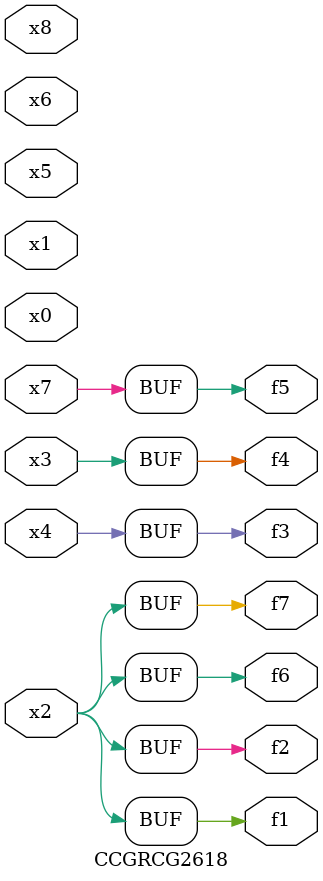
<source format=v>
module CCGRCG2618(
	input x0, x1, x2, x3, x4, x5, x6, x7, x8,
	output f1, f2, f3, f4, f5, f6, f7
);
	assign f1 = x2;
	assign f2 = x2;
	assign f3 = x4;
	assign f4 = x3;
	assign f5 = x7;
	assign f6 = x2;
	assign f7 = x2;
endmodule

</source>
